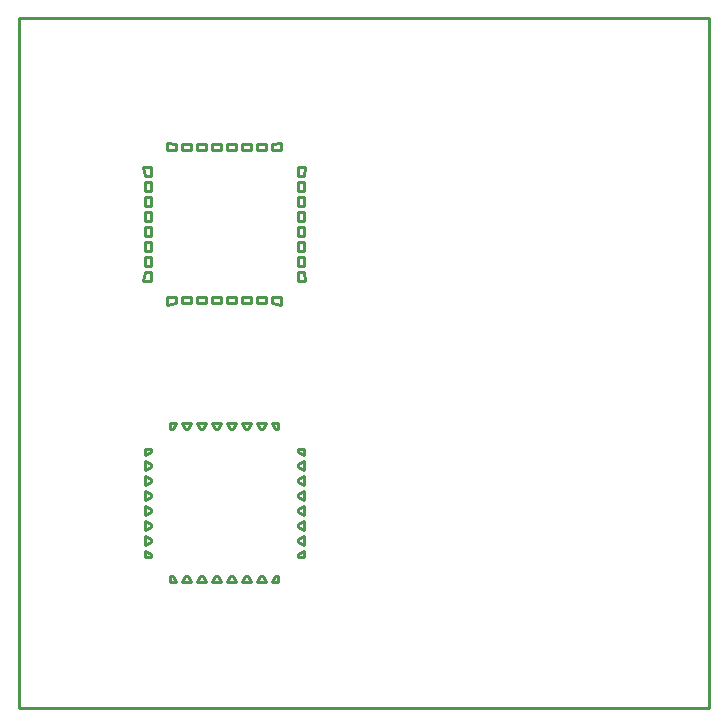
<source format=gko>
G04 Layer: BoardOutlineLayer*
G04 Panelize: , Column: 2, Row: 2, Board Size: 58.42mm x 58.42mm, Panelized Board Size: 118.84mm x 118.84mm*
G04 EasyEDA v6.5.34, 2023-08-21 18:11:39*
G04 a2cfa06f5d3c446ba3be34bd05ffaa75,5a6b42c53f6a479593ecc07194224c93,10*
G04 Gerber Generator version 0.2*
G04 Scale: 100 percent, Rotated: No, Reflected: No *
G04 Dimensions in millimeters *
G04 leading zeros omitted , absolute positions ,4 integer and 5 decimal *
%FSLAX45Y45*%
%MOMM*%

%ADD10C,0.2540*%
D10*
X0Y5842000D02*
G01*
X5842000Y5842000D01*
X5842000Y0D01*
X0Y502D01*
X0Y5842000D01*
X2412994Y4127489D02*
G01*
X2362194Y4127492D01*
X2362194Y4127492D02*
G01*
X2362194Y4203692D01*
X2362194Y4203692D02*
G01*
X2412994Y4203689D01*
X2412994Y4203689D02*
G01*
X2412994Y4127489D01*
X2412989Y4254487D02*
G01*
X2362194Y4254492D01*
X2362194Y4254492D02*
G01*
X2362194Y4330692D01*
X2362194Y4330692D02*
G01*
X2412989Y4330687D01*
X2412989Y4330687D02*
G01*
X2412989Y4254487D01*
X2412989Y4381487D02*
G01*
X2362194Y4381492D01*
X2362194Y4381492D02*
G01*
X2362194Y4457689D01*
X2362194Y4457689D02*
G01*
X2412989Y4457687D01*
X2412989Y4457687D02*
G01*
X2412989Y4381487D01*
X2412994Y4000489D02*
G01*
X2362194Y4000492D01*
X2362194Y4000492D02*
G01*
X2362194Y4076692D01*
X2362194Y4076692D02*
G01*
X2412994Y4076689D01*
X2412994Y4076689D02*
G01*
X2412994Y4000489D01*
X2412994Y3873489D02*
G01*
X2362194Y3873492D01*
X2362194Y3873492D02*
G01*
X2362194Y3949692D01*
X2362194Y3949692D02*
G01*
X2412994Y3949689D01*
X2412994Y3949689D02*
G01*
X2412994Y3873489D01*
X2412994Y3746489D02*
G01*
X2362194Y3746492D01*
X2362194Y3746492D02*
G01*
X2362194Y3822692D01*
X2362194Y3822692D02*
G01*
X2412994Y3822689D01*
X2412994Y3822689D02*
G01*
X2412994Y3746489D01*
X2425694Y3619492D02*
G01*
X2362194Y3619492D01*
X2362194Y3619492D02*
G01*
X2362194Y3695692D01*
X2362194Y3695692D02*
G01*
X2412994Y3695689D01*
X2412994Y3695689D02*
G01*
X2425694Y3619492D01*
X2412994Y4508489D02*
G01*
X2362194Y4508489D01*
X2362194Y4508489D02*
G01*
X2362194Y4584689D01*
X2362194Y4584689D02*
G01*
X2425694Y4584689D01*
X2425694Y4584689D02*
G01*
X2412994Y4508489D01*
X2146292Y3428992D02*
G01*
X2146294Y3479792D01*
X2146294Y3479792D02*
G01*
X2222494Y3479792D01*
X2222494Y3479792D02*
G01*
X2222494Y3416292D01*
X2222494Y3416292D02*
G01*
X2146292Y3428992D01*
X1257297Y3416292D02*
G01*
X1257297Y3479792D01*
X1257297Y3479792D02*
G01*
X1333497Y3479792D01*
X1333497Y3479792D02*
G01*
X1333497Y3428992D01*
X1333497Y3428992D02*
G01*
X1257297Y3416292D01*
X1384292Y3428992D02*
G01*
X1384297Y3479792D01*
X1384297Y3479792D02*
G01*
X1460497Y3479792D01*
X1460497Y3479792D02*
G01*
X1460492Y3428992D01*
X1460492Y3428992D02*
G01*
X1384292Y3428992D01*
X1511292Y3428992D02*
G01*
X1511297Y3479792D01*
X1511297Y3479792D02*
G01*
X1587497Y3479792D01*
X1587497Y3479792D02*
G01*
X1587492Y3428992D01*
X1587492Y3428992D02*
G01*
X1511292Y3428992D01*
X1638292Y3428992D02*
G01*
X1638297Y3479792D01*
X1638297Y3479792D02*
G01*
X1714497Y3479792D01*
X1714497Y3479792D02*
G01*
X1714492Y3428992D01*
X1714492Y3428992D02*
G01*
X1638292Y3428992D01*
X2019289Y3428997D02*
G01*
X2019294Y3479792D01*
X2019294Y3479792D02*
G01*
X2095494Y3479792D01*
X2095494Y3479792D02*
G01*
X2095489Y3428997D01*
X2095489Y3428997D02*
G01*
X2019289Y3428997D01*
X1892289Y3428997D02*
G01*
X1892297Y3479792D01*
X1892297Y3479792D02*
G01*
X1968494Y3479792D01*
X1968494Y3479792D02*
G01*
X1968489Y3428997D01*
X1968489Y3428997D02*
G01*
X1892289Y3428997D01*
X1765292Y3428992D02*
G01*
X1765297Y3479792D01*
X1765297Y3479792D02*
G01*
X1841497Y3479792D01*
X1841497Y3479792D02*
G01*
X1841492Y3428992D01*
X1841492Y3428992D02*
G01*
X1765292Y3428992D01*
X1333497Y4775189D02*
G01*
X1333497Y4724389D01*
X1333497Y4724389D02*
G01*
X1257297Y4724389D01*
X1257297Y4724389D02*
G01*
X1257297Y4787889D01*
X1257297Y4787889D02*
G01*
X1333497Y4775189D01*
X2222494Y4787889D02*
G01*
X2222494Y4724389D01*
X2222494Y4724389D02*
G01*
X2146294Y4724389D01*
X2146294Y4724389D02*
G01*
X2146297Y4775189D01*
X2146297Y4775189D02*
G01*
X2222494Y4787889D01*
X2095497Y4775189D02*
G01*
X2095494Y4724389D01*
X2095494Y4724389D02*
G01*
X2019294Y4724389D01*
X2019294Y4724389D02*
G01*
X2019297Y4775189D01*
X2019297Y4775189D02*
G01*
X2095497Y4775189D01*
X1968497Y4775189D02*
G01*
X1968494Y4724389D01*
X1968494Y4724389D02*
G01*
X1892297Y4724389D01*
X1892297Y4724389D02*
G01*
X1892297Y4775189D01*
X1892297Y4775189D02*
G01*
X1968497Y4775189D01*
X1841497Y4775189D02*
G01*
X1841497Y4724389D01*
X1841497Y4724389D02*
G01*
X1765297Y4724389D01*
X1765297Y4724389D02*
G01*
X1765297Y4775189D01*
X1765297Y4775189D02*
G01*
X1841497Y4775189D01*
X1460500Y4775184D02*
G01*
X1460497Y4724389D01*
X1460497Y4724389D02*
G01*
X1384297Y4724389D01*
X1384297Y4724389D02*
G01*
X1384300Y4775184D01*
X1384300Y4775184D02*
G01*
X1460500Y4775184D01*
X1587500Y4775184D02*
G01*
X1587497Y4724389D01*
X1587497Y4724389D02*
G01*
X1511297Y4724389D01*
X1511297Y4724389D02*
G01*
X1511300Y4775184D01*
X1511300Y4775184D02*
G01*
X1587500Y4775184D01*
X1714497Y4775189D02*
G01*
X1714497Y4724389D01*
X1714497Y4724389D02*
G01*
X1638297Y4724389D01*
X1638297Y4724389D02*
G01*
X1638297Y4775189D01*
X1638297Y4775189D02*
G01*
X1714497Y4775189D01*
X1066797Y3695692D02*
G01*
X1117597Y3695692D01*
X1117597Y3695692D02*
G01*
X1117597Y3619492D01*
X1117597Y3619492D02*
G01*
X1054097Y3619492D01*
X1054097Y3619492D02*
G01*
X1066797Y3695692D01*
X1054097Y4584689D02*
G01*
X1117597Y4584689D01*
X1117597Y4584689D02*
G01*
X1117597Y4508489D01*
X1117597Y4508489D02*
G01*
X1066797Y4508492D01*
X1066797Y4508492D02*
G01*
X1054097Y4584689D01*
X1066797Y4457692D02*
G01*
X1117597Y4457689D01*
X1117597Y4457689D02*
G01*
X1117597Y4381492D01*
X1117597Y4381492D02*
G01*
X1066797Y4381492D01*
X1066797Y4381492D02*
G01*
X1066797Y4457692D01*
X1066797Y4330692D02*
G01*
X1117597Y4330692D01*
X1117597Y4330692D02*
G01*
X1117597Y4254492D01*
X1117597Y4254492D02*
G01*
X1066797Y4254492D01*
X1066797Y4254492D02*
G01*
X1066797Y4330692D01*
X1066797Y4203692D02*
G01*
X1117597Y4203692D01*
X1117597Y4203692D02*
G01*
X1117597Y4127492D01*
X1117597Y4127492D02*
G01*
X1066797Y4127492D01*
X1066797Y4127492D02*
G01*
X1066797Y4203692D01*
X1066802Y3822694D02*
G01*
X1117597Y3822692D01*
X1117597Y3822692D02*
G01*
X1117597Y3746492D01*
X1117597Y3746492D02*
G01*
X1066802Y3746494D01*
X1066802Y3746494D02*
G01*
X1066802Y3822694D01*
X1066802Y3949694D02*
G01*
X1117597Y3949692D01*
X1117597Y3949692D02*
G01*
X1117597Y3873492D01*
X1117597Y3873492D02*
G01*
X1066802Y3873494D01*
X1066802Y3873494D02*
G01*
X1066802Y3949694D01*
X1066797Y4076692D02*
G01*
X1117597Y4076692D01*
X1117597Y4076692D02*
G01*
X1117597Y4000492D01*
X1117597Y4000492D02*
G01*
X1066797Y4000492D01*
X1066797Y4000492D02*
G01*
X1066797Y4076692D01*
X1765307Y1066797D02*
G01*
X1790707Y1117597D01*
X1790707Y1117597D02*
G01*
X1816107Y1117597D01*
X1816107Y1117597D02*
G01*
X1841507Y1066797D01*
X1841507Y1066797D02*
G01*
X1765307Y1066797D01*
X1892305Y1066802D02*
G01*
X1917705Y1117602D01*
X1917705Y1117602D02*
G01*
X1943105Y1117602D01*
X1943105Y1117602D02*
G01*
X1968505Y1066802D01*
X1968505Y1066802D02*
G01*
X1892305Y1066802D01*
X2019305Y1066802D02*
G01*
X2044705Y1117602D01*
X2044705Y1117602D02*
G01*
X2070105Y1117602D01*
X2070105Y1117602D02*
G01*
X2095505Y1066802D01*
X2095505Y1066802D02*
G01*
X2019305Y1066802D01*
X1638307Y1066797D02*
G01*
X1663707Y1117597D01*
X1663707Y1117597D02*
G01*
X1689107Y1117597D01*
X1689107Y1117597D02*
G01*
X1714507Y1066797D01*
X1714507Y1066797D02*
G01*
X1638307Y1066797D01*
X1511307Y1066797D02*
G01*
X1536707Y1117597D01*
X1536707Y1117597D02*
G01*
X1562107Y1117597D01*
X1562107Y1117597D02*
G01*
X1587507Y1066797D01*
X1587507Y1066797D02*
G01*
X1511307Y1066797D01*
X1384307Y1066797D02*
G01*
X1409707Y1117597D01*
X1409707Y1117597D02*
G01*
X1435107Y1117597D01*
X1435107Y1117597D02*
G01*
X1460507Y1066797D01*
X1460507Y1066797D02*
G01*
X1384307Y1066797D01*
X1282707Y1066797D02*
G01*
X1282707Y1117597D01*
X1282707Y1117597D02*
G01*
X1308107Y1117597D01*
X1308107Y1117597D02*
G01*
X1333507Y1066797D01*
X1333507Y1066797D02*
G01*
X1282707Y1066797D01*
X2146307Y1066797D02*
G01*
X2171707Y1117597D01*
X2171707Y1117597D02*
G01*
X2197107Y1117597D01*
X2197107Y1117597D02*
G01*
X2197110Y1066792D01*
X2197110Y1066792D02*
G01*
X2146307Y1066797D01*
X1066810Y1714497D02*
G01*
X1117610Y1689097D01*
X1117610Y1689097D02*
G01*
X1117610Y1663697D01*
X1117610Y1663697D02*
G01*
X1066810Y1638297D01*
X1066810Y1638297D02*
G01*
X1066810Y1714497D01*
X1066815Y1587500D02*
G01*
X1117615Y1562100D01*
X1117615Y1562100D02*
G01*
X1117615Y1536700D01*
X1117615Y1536700D02*
G01*
X1066815Y1511300D01*
X1066815Y1511300D02*
G01*
X1066815Y1587500D01*
X1066815Y1460500D02*
G01*
X1117615Y1435100D01*
X1117615Y1435100D02*
G01*
X1117615Y1409700D01*
X1117615Y1409700D02*
G01*
X1066815Y1384300D01*
X1066815Y1384300D02*
G01*
X1066815Y1460500D01*
X1066810Y1841497D02*
G01*
X1117610Y1816097D01*
X1117610Y1816097D02*
G01*
X1117610Y1790697D01*
X1117610Y1790697D02*
G01*
X1066810Y1765297D01*
X1066810Y1765297D02*
G01*
X1066810Y1841497D01*
X1066810Y1968497D02*
G01*
X1117610Y1943097D01*
X1117610Y1943097D02*
G01*
X1117610Y1917697D01*
X1117610Y1917697D02*
G01*
X1066810Y1892297D01*
X1066810Y1892297D02*
G01*
X1066810Y1968497D01*
X1066810Y2095497D02*
G01*
X1117610Y2070097D01*
X1117610Y2070097D02*
G01*
X1117610Y2044697D01*
X1117610Y2044697D02*
G01*
X1066810Y2019297D01*
X1066810Y2019297D02*
G01*
X1066810Y2095497D01*
X1066810Y2197097D02*
G01*
X1117610Y2197097D01*
X1117610Y2197097D02*
G01*
X1117610Y2171697D01*
X1117610Y2171697D02*
G01*
X1066810Y2146297D01*
X1066810Y2146297D02*
G01*
X1066810Y2197097D01*
X1066810Y1333497D02*
G01*
X1117610Y1308097D01*
X1117610Y1308097D02*
G01*
X1117610Y1282697D01*
X1117610Y1282697D02*
G01*
X1066805Y1282694D01*
X1066805Y1282694D02*
G01*
X1066810Y1333497D01*
X2413007Y1765292D02*
G01*
X2362207Y1790692D01*
X2362207Y1790692D02*
G01*
X2362207Y1816092D01*
X2362207Y1816092D02*
G01*
X2413007Y1841492D01*
X2413007Y1841492D02*
G01*
X2413007Y1765292D01*
X2413002Y1892289D02*
G01*
X2362202Y1917689D01*
X2362202Y1917689D02*
G01*
X2362202Y1943089D01*
X2362202Y1943089D02*
G01*
X2413002Y1968489D01*
X2413002Y1968489D02*
G01*
X2413002Y1892289D01*
X2413002Y2019289D02*
G01*
X2362202Y2044689D01*
X2362202Y2044689D02*
G01*
X2362202Y2070089D01*
X2362202Y2070089D02*
G01*
X2413002Y2095489D01*
X2413002Y2095489D02*
G01*
X2413002Y2019289D01*
X2413007Y1638292D02*
G01*
X2362207Y1663692D01*
X2362207Y1663692D02*
G01*
X2362207Y1689092D01*
X2362207Y1689092D02*
G01*
X2413007Y1714492D01*
X2413007Y1714492D02*
G01*
X2413007Y1638292D01*
X2413007Y1511292D02*
G01*
X2362207Y1536692D01*
X2362207Y1536692D02*
G01*
X2362207Y1562092D01*
X2362207Y1562092D02*
G01*
X2413007Y1587492D01*
X2413007Y1587492D02*
G01*
X2413007Y1511292D01*
X2413007Y1384292D02*
G01*
X2362207Y1409692D01*
X2362207Y1409692D02*
G01*
X2362207Y1435092D01*
X2362207Y1435092D02*
G01*
X2413007Y1460492D01*
X2413007Y1460492D02*
G01*
X2413007Y1384292D01*
X2413007Y1282692D02*
G01*
X2362207Y1282692D01*
X2362207Y1282692D02*
G01*
X2362207Y1308092D01*
X2362207Y1308092D02*
G01*
X2413007Y1333492D01*
X2413007Y1333492D02*
G01*
X2413007Y1282692D01*
X2413007Y2146292D02*
G01*
X2362207Y2171692D01*
X2362207Y2171692D02*
G01*
X2362207Y2197092D01*
X2362207Y2197092D02*
G01*
X2413012Y2197094D01*
X2413012Y2197094D02*
G01*
X2413007Y2146292D01*
X1333510Y2412994D02*
G01*
X1308110Y2362194D01*
X1308110Y2362194D02*
G01*
X1282710Y2362194D01*
X1282710Y2362194D02*
G01*
X1282707Y2413000D01*
X1282707Y2413000D02*
G01*
X1333510Y2412994D01*
X2197110Y2412994D02*
G01*
X2197110Y2362194D01*
X2197110Y2362194D02*
G01*
X2171710Y2362194D01*
X2171710Y2362194D02*
G01*
X2146310Y2412994D01*
X2146310Y2412994D02*
G01*
X2197110Y2412994D01*
X2095510Y2412994D02*
G01*
X2070110Y2362194D01*
X2070110Y2362194D02*
G01*
X2044710Y2362194D01*
X2044710Y2362194D02*
G01*
X2019310Y2412994D01*
X2019310Y2412994D02*
G01*
X2095510Y2412994D01*
X1968510Y2412994D02*
G01*
X1943110Y2362194D01*
X1943110Y2362194D02*
G01*
X1917710Y2362194D01*
X1917710Y2362194D02*
G01*
X1892310Y2412994D01*
X1892310Y2412994D02*
G01*
X1968510Y2412994D01*
X1841510Y2412994D02*
G01*
X1816110Y2362194D01*
X1816110Y2362194D02*
G01*
X1790710Y2362194D01*
X1790710Y2362194D02*
G01*
X1765310Y2412994D01*
X1765310Y2412994D02*
G01*
X1841510Y2412994D01*
X1460512Y2412989D02*
G01*
X1435112Y2362189D01*
X1435112Y2362189D02*
G01*
X1409712Y2362189D01*
X1409712Y2362189D02*
G01*
X1384312Y2412989D01*
X1384312Y2412989D02*
G01*
X1460512Y2412989D01*
X1587512Y2412989D02*
G01*
X1562112Y2362189D01*
X1562112Y2362189D02*
G01*
X1536712Y2362189D01*
X1536712Y2362189D02*
G01*
X1511312Y2412989D01*
X1511312Y2412989D02*
G01*
X1587512Y2412989D01*
X1714510Y2412994D02*
G01*
X1689110Y2362194D01*
X1689110Y2362194D02*
G01*
X1663710Y2362194D01*
X1663710Y2362194D02*
G01*
X1638310Y2412994D01*
X1638310Y2412994D02*
G01*
X1714510Y2412994D01*

%LPD*%
M02*

</source>
